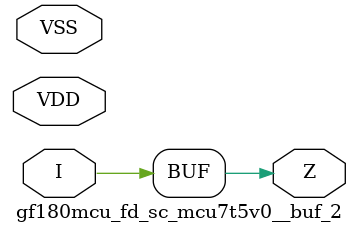
<source format=v>

module gf180mcu_fd_sc_mcu7t5v0__buf_2( I, Z, VDD, VSS );
input I;
inout VDD, VSS;
output Z;

	buf MGM_BG_0( Z, I );

endmodule

</source>
